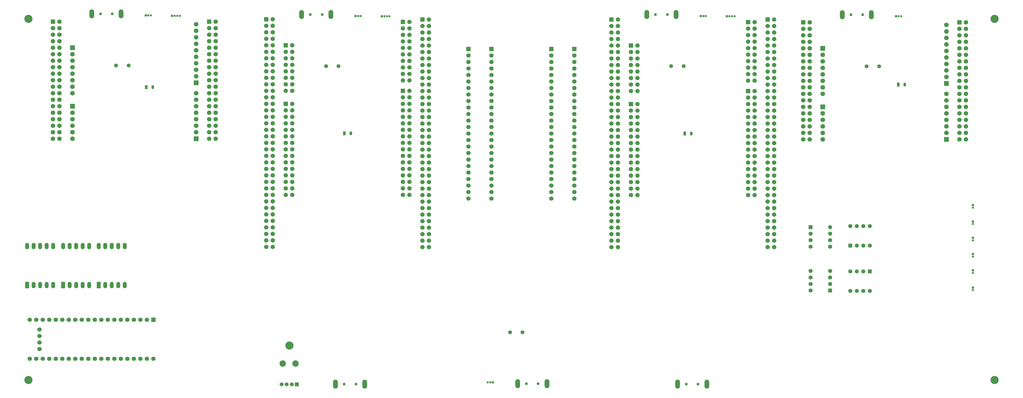
<source format=gbr>
%TF.GenerationSoftware,KiCad,Pcbnew,9.0.2+dfsg-1*%
%TF.CreationDate,2025-07-08T19:26:09-07:00*%
%TF.ProjectId,signalmesh,7369676e-616c-46d6-9573-682e6b696361,rev?*%
%TF.SameCoordinates,Original*%
%TF.FileFunction,Soldermask,Bot*%
%TF.FilePolarity,Negative*%
%FSLAX46Y46*%
G04 Gerber Fmt 4.6, Leading zero omitted, Abs format (unit mm)*
G04 Created by KiCad (PCBNEW 9.0.2+dfsg-1) date 2025-07-08 19:26:09*
%MOMM*%
%LPD*%
G01*
G04 APERTURE LIST*
G04 Aperture macros list*
%AMRoundRect*
0 Rectangle with rounded corners*
0 $1 Rounding radius*
0 $2 $3 $4 $5 $6 $7 $8 $9 X,Y pos of 4 corners*
0 Add a 4 corners polygon primitive as box body*
4,1,4,$2,$3,$4,$5,$6,$7,$8,$9,$2,$3,0*
0 Add four circle primitives for the rounded corners*
1,1,$1+$1,$2,$3*
1,1,$1+$1,$4,$5*
1,1,$1+$1,$6,$7*
1,1,$1+$1,$8,$9*
0 Add four rect primitives between the rounded corners*
20,1,$1+$1,$2,$3,$4,$5,0*
20,1,$1+$1,$4,$5,$6,$7,0*
20,1,$1+$1,$6,$7,$8,$9,0*
20,1,$1+$1,$8,$9,$2,$3,0*%
G04 Aperture macros list end*
%ADD10C,3.200000*%
%ADD11R,0.850000X0.850000*%
%ADD12C,0.850000*%
%ADD13R,1.524000X2.524000*%
%ADD14O,1.524000X2.524000*%
%ADD15C,1.500000*%
%ADD16C,1.100000*%
%ADD17O,1.900000X3.500000*%
%ADD18RoundRect,0.250000X0.550000X0.550000X-0.550000X0.550000X-0.550000X-0.550000X0.550000X-0.550000X0*%
%ADD19C,1.600000*%
%ADD20RoundRect,0.102000X-0.754000X-0.754000X0.754000X-0.754000X0.754000X0.754000X-0.754000X0.754000X0*%
%ADD21C,1.712000*%
%ADD22C,2.500000*%
%ADD23R,1.524000X1.524000*%
%ADD24C,1.524000*%
%ADD25R,1.700000X1.700000*%
%ADD26C,1.700000*%
%ADD27R,1.050000X1.500000*%
%ADD28O,1.050000X1.500000*%
%ADD29RoundRect,0.250000X-0.550000X-0.550000X0.550000X-0.550000X0.550000X0.550000X-0.550000X0.550000X0*%
%ADD30RoundRect,0.102000X-0.802500X-0.802500X0.802500X-0.802500X0.802500X0.802500X-0.802500X0.802500X0*%
%ADD31C,1.809000*%
%ADD32RoundRect,0.102000X-0.765000X-0.765000X0.765000X-0.765000X0.765000X0.765000X-0.765000X0.765000X0*%
%ADD33C,1.734000*%
%ADD34RoundRect,0.250000X-0.550000X0.550000X-0.550000X-0.550000X0.550000X-0.550000X0.550000X0.550000X0*%
%ADD35RoundRect,0.250000X0.550000X-0.550000X0.550000X0.550000X-0.550000X0.550000X-0.550000X-0.550000X0*%
G04 APERTURE END LIST*
D10*
%TO.C,H5*%
X566000000Y-36000000D03*
%TD*%
%TO.C,H3*%
X290800000Y-163600000D03*
%TD*%
D11*
%TO.C,J15*%
X557555000Y-140920000D03*
D12*
X557555000Y-141920000D03*
%TD*%
D13*
%TO.C,U18*%
X216420000Y-139963000D03*
D14*
X218960000Y-139963000D03*
X221500000Y-139963000D03*
X224040000Y-139963000D03*
X226580000Y-139963000D03*
X226580000Y-124723000D03*
X224040000Y-124723000D03*
X221500000Y-124723000D03*
X218960000Y-124723000D03*
X216420000Y-124723000D03*
%TD*%
D15*
%TO.C,Y9*%
X223210000Y-54144900D03*
X228090000Y-54144900D03*
%TD*%
D16*
%TO.C,J25*%
X387900000Y-178500000D03*
X383300000Y-178500000D03*
D17*
X391300000Y-178500000D03*
X379900000Y-178500000D03*
%TD*%
D18*
%TO.C,U27*%
X501860000Y-142040000D03*
D19*
X501860000Y-139500000D03*
X501860000Y-136960000D03*
X501860000Y-134420000D03*
X494240000Y-134420000D03*
X494240000Y-136960000D03*
X494240000Y-139500000D03*
X494240000Y-142040000D03*
%TD*%
D10*
%TO.C,H2*%
X189000000Y-36000000D03*
%TD*%
D16*
%TO.C,J33*%
X217100000Y-34044900D03*
X221700000Y-34044900D03*
D17*
X213700000Y-34044900D03*
X225100000Y-34044900D03*
%TD*%
D20*
%TO.C,U1*%
X335080000Y-37186000D03*
D21*
X337620000Y-37186000D03*
X335080000Y-39726000D03*
X337620000Y-39726000D03*
X335080000Y-42266000D03*
X337620000Y-42266000D03*
X335080000Y-44806000D03*
X337620000Y-44806000D03*
X335080000Y-47346000D03*
X337620000Y-47346000D03*
X335080000Y-49886000D03*
X337620000Y-49886000D03*
X335080000Y-52426000D03*
X337620000Y-52426000D03*
X335080000Y-54966000D03*
X337620000Y-54966000D03*
X335080000Y-57506000D03*
X337620000Y-57506000D03*
X335080000Y-60046000D03*
X337620000Y-60046000D03*
D20*
X289360000Y-46330000D03*
D21*
X291900000Y-46330000D03*
X289360000Y-48870000D03*
X291900000Y-48870000D03*
X289360000Y-51410000D03*
X291900000Y-51410000D03*
X289360000Y-53950000D03*
X291900000Y-53950000D03*
X289360000Y-56490000D03*
X291900000Y-56490000D03*
X289360000Y-59030000D03*
X291900000Y-59030000D03*
X289360000Y-61570000D03*
X291900000Y-61570000D03*
X289360000Y-64110000D03*
X291900000Y-64110000D03*
D20*
X289360000Y-69190000D03*
D21*
X291900000Y-69190000D03*
X289360000Y-71730000D03*
X291900000Y-71730000D03*
X289360000Y-74270000D03*
X291900000Y-74270000D03*
X289360000Y-76810000D03*
X291900000Y-76810000D03*
X289360000Y-79350000D03*
X291900000Y-79350000D03*
X289360000Y-81890000D03*
X291900000Y-81890000D03*
X289360000Y-84430000D03*
X291900000Y-84430000D03*
X289360000Y-86970000D03*
X291900000Y-86970000D03*
X289360000Y-89510000D03*
X291900000Y-89510000D03*
X289360000Y-92050000D03*
X291900000Y-92050000D03*
X289360000Y-94590000D03*
X291900000Y-94590000D03*
X289360000Y-97130000D03*
X291900000Y-97130000D03*
X289360000Y-99670000D03*
X291900000Y-99670000D03*
X289360000Y-102210000D03*
X291900000Y-102210000D03*
X289360000Y-104750000D03*
X291900000Y-104750000D03*
D20*
X335080000Y-64110000D03*
D21*
X337620000Y-64110000D03*
X335080000Y-66650000D03*
X337620000Y-66650000D03*
X335080000Y-69190000D03*
X337620000Y-69190000D03*
X335080000Y-71730000D03*
X337620000Y-71730000D03*
X335080000Y-74270000D03*
X337620000Y-74270000D03*
X335080000Y-76810000D03*
X337620000Y-76810000D03*
X335080000Y-79350000D03*
X337620000Y-79350000D03*
X335080000Y-81890000D03*
X337620000Y-81890000D03*
X335080000Y-84430000D03*
X337620000Y-84430000D03*
X335080000Y-86970000D03*
X337620000Y-86970000D03*
X335080000Y-89510000D03*
X337620000Y-89510000D03*
X335080000Y-92050000D03*
X337620000Y-92050000D03*
X335080000Y-94590000D03*
X337620000Y-94590000D03*
X335080000Y-97130000D03*
X337620000Y-97130000D03*
X335080000Y-99670000D03*
X337620000Y-99670000D03*
X335080000Y-102210000D03*
X337620000Y-102210000D03*
X335080000Y-104750000D03*
X337620000Y-104750000D03*
D20*
X281740000Y-36170000D03*
D21*
X284280000Y-36170000D03*
X281740000Y-38710000D03*
X284280000Y-38710000D03*
X281740000Y-41250000D03*
X284280000Y-41250000D03*
X281740000Y-43790000D03*
X284280000Y-43790000D03*
X281740000Y-46330000D03*
X284280000Y-46330000D03*
X281740000Y-48870000D03*
X284280000Y-48870000D03*
X281740000Y-51410000D03*
X284280000Y-51410000D03*
X281740000Y-53950000D03*
X284280000Y-53950000D03*
X281740000Y-56490000D03*
X284280000Y-56490000D03*
X281740000Y-59030000D03*
X284280000Y-59030000D03*
X281740000Y-61570000D03*
X284280000Y-61570000D03*
X281740000Y-64110000D03*
X284280000Y-64110000D03*
X281740000Y-66650000D03*
X284280000Y-66650000D03*
X281740000Y-69190000D03*
X284280000Y-69190000D03*
X281740000Y-71730000D03*
X284280000Y-71730000D03*
X281740000Y-74270000D03*
X284280000Y-74270000D03*
X281740000Y-76810000D03*
X284280000Y-76810000D03*
X281740000Y-79350000D03*
X284280000Y-79350000D03*
X281740000Y-81890000D03*
X284280000Y-81890000D03*
X281740000Y-84430000D03*
X284280000Y-84430000D03*
X281740000Y-86970000D03*
X284280000Y-86970000D03*
X281740000Y-89510000D03*
X284280000Y-89510000D03*
X281740000Y-92050000D03*
X284280000Y-92050000D03*
X281740000Y-94590000D03*
X284280000Y-94590000D03*
X281740000Y-97130000D03*
X284280000Y-97130000D03*
X281740000Y-99670000D03*
X284280000Y-99670000D03*
X281740000Y-102210000D03*
X284280000Y-102210000D03*
X281740000Y-104750000D03*
X284280000Y-104750000D03*
X281740000Y-107290000D03*
X284280000Y-107290000D03*
X281740000Y-109830000D03*
X284280000Y-109830000D03*
X281740000Y-112370000D03*
X284280000Y-112370000D03*
X281740000Y-114910000D03*
X284280000Y-114910000D03*
X281740000Y-117450000D03*
X284280000Y-117450000D03*
X281740000Y-119990000D03*
X284280000Y-119990000D03*
X281740000Y-122530000D03*
X284280000Y-122530000D03*
X281740000Y-125070000D03*
X284280000Y-125070000D03*
D20*
X342700000Y-36190000D03*
D21*
X345240000Y-36190000D03*
X342700000Y-38730000D03*
X345240000Y-38730000D03*
X342700000Y-41270000D03*
X345240000Y-41270000D03*
X342700000Y-43810000D03*
X345240000Y-43810000D03*
X342700000Y-46350000D03*
X345240000Y-46350000D03*
X342700000Y-48890000D03*
X345240000Y-48890000D03*
X342700000Y-51430000D03*
X345240000Y-51430000D03*
X342700000Y-53970000D03*
X345240000Y-53970000D03*
X342700000Y-56510000D03*
X345240000Y-56510000D03*
X342700000Y-59050000D03*
X345240000Y-59050000D03*
X342700000Y-61590000D03*
X345240000Y-61590000D03*
X342700000Y-64130000D03*
X345240000Y-64130000D03*
X342700000Y-66670000D03*
X345240000Y-66670000D03*
X342700000Y-69210000D03*
X345240000Y-69210000D03*
X342700000Y-71750000D03*
X345240000Y-71750000D03*
X342700000Y-74290000D03*
X345240000Y-74290000D03*
X342700000Y-76830000D03*
X345240000Y-76830000D03*
X342700000Y-79370000D03*
X345240000Y-79370000D03*
X342700000Y-81910000D03*
X345240000Y-81910000D03*
X342700000Y-84450000D03*
X345240000Y-84450000D03*
X342700000Y-86990000D03*
X345240000Y-86990000D03*
X342700000Y-89530000D03*
X345240000Y-89530000D03*
X342700000Y-92070000D03*
X345240000Y-92070000D03*
X342700000Y-94610000D03*
X345240000Y-94610000D03*
X342700000Y-97150000D03*
X345240000Y-97150000D03*
X342700000Y-99690000D03*
X345240000Y-99690000D03*
X342700000Y-102230000D03*
X345240000Y-102230000D03*
X342700000Y-104770000D03*
X345240000Y-104770000D03*
X342700000Y-107310000D03*
X345240000Y-107310000D03*
X342700000Y-109850000D03*
X345240000Y-109850000D03*
X342700000Y-112390000D03*
X345240000Y-112390000D03*
X342700000Y-114930000D03*
X345240000Y-114930000D03*
X342700000Y-117470000D03*
X345240000Y-117470000D03*
X342700000Y-120010000D03*
X345240000Y-120010000D03*
X342700000Y-122550000D03*
X345240000Y-122550000D03*
X342700000Y-125090000D03*
X345240000Y-125090000D03*
%TD*%
D22*
%TO.C,TP1*%
X293200000Y-170600000D03*
%TD*%
D23*
%TO.C,J12*%
X293750000Y-178700000D03*
D24*
X291750000Y-178700000D03*
X289750000Y-178700000D03*
X287750000Y-178700000D03*
%TD*%
D25*
%TO.C,J9*%
X402000000Y-47720000D03*
D26*
X402000000Y-50260000D03*
X402000000Y-52800000D03*
X402000000Y-55340000D03*
X402000000Y-57880000D03*
X402000000Y-60420000D03*
X402000000Y-62960000D03*
X402000000Y-65500000D03*
X402000000Y-68040000D03*
X402000000Y-70580000D03*
X402000000Y-73120000D03*
X402000000Y-75660000D03*
X402000000Y-78200000D03*
X402000000Y-80740000D03*
X402000000Y-83280000D03*
X402000000Y-85820000D03*
X402000000Y-88360000D03*
X402000000Y-90900000D03*
X402000000Y-93440000D03*
X402000000Y-95980000D03*
X402000000Y-98520000D03*
X402000000Y-101060000D03*
X402000000Y-103600000D03*
X402000000Y-106140000D03*
%TD*%
D22*
%TO.C,TP2*%
X288200000Y-170600000D03*
%TD*%
D16*
%TO.C,J31*%
X433700000Y-34300000D03*
X438300000Y-34300000D03*
D17*
X430300000Y-34300000D03*
X441700000Y-34300000D03*
%TD*%
D11*
%TO.C,J30*%
X316650000Y-34880100D03*
D12*
X317650000Y-34880100D03*
X318650000Y-34880100D03*
%TD*%
D25*
%TO.C,J1*%
X369690000Y-47760000D03*
D26*
X369690000Y-50300000D03*
X369690000Y-52840000D03*
X369690000Y-55380000D03*
X369690000Y-57920000D03*
X369690000Y-60460000D03*
X369690000Y-63000000D03*
X369690000Y-65540000D03*
X369690000Y-68080000D03*
X369690000Y-70620000D03*
X369690000Y-73160000D03*
X369690000Y-75700000D03*
X369690000Y-78240000D03*
X369690000Y-80780000D03*
X369690000Y-83320000D03*
X369690000Y-85860000D03*
X369690000Y-88400000D03*
X369690000Y-90940000D03*
X369690000Y-93480000D03*
X369690000Y-96020000D03*
X369690000Y-98560000D03*
X369690000Y-101100000D03*
X369690000Y-103640000D03*
X369690000Y-106180000D03*
%TD*%
D15*
%TO.C,Y2*%
X381790000Y-158400000D03*
X376910000Y-158400000D03*
%TD*%
D16*
%TO.C,J21*%
X316800000Y-178600000D03*
X312200000Y-178600000D03*
D17*
X320200000Y-178600000D03*
X308800000Y-178600000D03*
%TD*%
D27*
%TO.C,TH1*%
X445142000Y-80782000D03*
D28*
X447682000Y-80782000D03*
%TD*%
D25*
%TO.C,J8*%
X360690000Y-47760000D03*
D26*
X360690000Y-50300000D03*
X360690000Y-52840000D03*
X360690000Y-55380000D03*
X360690000Y-57920000D03*
X360690000Y-60460000D03*
X360690000Y-63000000D03*
X360690000Y-65540000D03*
X360690000Y-68080000D03*
X360690000Y-70620000D03*
X360690000Y-73160000D03*
X360690000Y-75700000D03*
X360690000Y-78240000D03*
X360690000Y-80780000D03*
X360690000Y-83320000D03*
X360690000Y-85860000D03*
X360690000Y-88400000D03*
X360690000Y-90940000D03*
X360690000Y-93480000D03*
X360690000Y-96020000D03*
X360690000Y-98560000D03*
X360690000Y-101100000D03*
X360690000Y-103640000D03*
X360690000Y-106180000D03*
%TD*%
D11*
%TO.C,J18*%
X245050000Y-34759900D03*
D12*
X246050000Y-34759900D03*
X247050000Y-34759900D03*
X248050000Y-34759900D03*
%TD*%
D27*
%TO.C,TH2*%
X312290000Y-80712000D03*
D28*
X314830000Y-80712000D03*
%TD*%
D11*
%TO.C,J28*%
X527600000Y-34980100D03*
D12*
X528600000Y-34980100D03*
X529600000Y-34980100D03*
%TD*%
D29*
%TO.C,U29*%
X494250000Y-117340000D03*
D19*
X494250000Y-119880000D03*
X494250000Y-122420000D03*
X494250000Y-124960000D03*
X501870000Y-124960000D03*
X501870000Y-122420000D03*
X501870000Y-119880000D03*
X501870000Y-117340000D03*
%TD*%
D11*
%TO.C,J4*%
X326900000Y-34975000D03*
D12*
X327900000Y-34975000D03*
X328900000Y-34975000D03*
X329900000Y-34975000D03*
%TD*%
D25*
%TO.C,J2*%
X393000000Y-47760000D03*
D26*
X393000000Y-50300000D03*
X393000000Y-52840000D03*
X393000000Y-55380000D03*
X393000000Y-57920000D03*
X393000000Y-60460000D03*
X393000000Y-63000000D03*
X393000000Y-65540000D03*
X393000000Y-68080000D03*
X393000000Y-70620000D03*
X393000000Y-73160000D03*
X393000000Y-75700000D03*
X393000000Y-78240000D03*
X393000000Y-80780000D03*
X393000000Y-83320000D03*
X393000000Y-85860000D03*
X393000000Y-88400000D03*
X393000000Y-90940000D03*
X393000000Y-93480000D03*
X393000000Y-96020000D03*
X393000000Y-98560000D03*
X393000000Y-101100000D03*
X393000000Y-103640000D03*
X393000000Y-106180000D03*
%TD*%
D11*
%TO.C,J32*%
X451350000Y-34880100D03*
D12*
X452350000Y-34880100D03*
X453350000Y-34880100D03*
%TD*%
D11*
%TO.C,J3*%
X461550000Y-34975000D03*
D12*
X462550000Y-34975000D03*
X463550000Y-34975000D03*
X464550000Y-34975000D03*
%TD*%
D30*
%TO.C,U9*%
X547240000Y-61190000D03*
D31*
X547240000Y-58650000D03*
X547240000Y-56110000D03*
X547240000Y-53570000D03*
X547240000Y-51030000D03*
X547240000Y-48490000D03*
X547240000Y-45950000D03*
X547240000Y-43410000D03*
X547240000Y-40870000D03*
X547240000Y-38330000D03*
D30*
X498980000Y-47470000D03*
D31*
X498980000Y-50010000D03*
X498980000Y-52550000D03*
X498980000Y-55090000D03*
X498980000Y-57630000D03*
X498980000Y-60170000D03*
X498980000Y-62710000D03*
X498980000Y-65250000D03*
D32*
X491360000Y-37310000D03*
D33*
X493900000Y-37310000D03*
X491360000Y-39850000D03*
X493900000Y-39850000D03*
X491360000Y-42390000D03*
X493900000Y-42390000D03*
X491360000Y-44930000D03*
X493900000Y-44930000D03*
X491360000Y-47470000D03*
X493900000Y-47470000D03*
X491360000Y-50010000D03*
X493900000Y-50010000D03*
X491360000Y-52550000D03*
X493900000Y-52550000D03*
X491360000Y-55090000D03*
X493900000Y-55090000D03*
X491360000Y-57630000D03*
X493900000Y-57630000D03*
X491360000Y-60170000D03*
X493900000Y-60170000D03*
X491360000Y-62710000D03*
X493900000Y-62710000D03*
X491360000Y-65250000D03*
X493900000Y-65250000D03*
X491360000Y-67790000D03*
X493900000Y-67790000D03*
X491360000Y-70330000D03*
X493900000Y-70330000D03*
X491360000Y-72870000D03*
X493900000Y-72870000D03*
X491360000Y-75410000D03*
X493900000Y-75410000D03*
X491360000Y-77950000D03*
X493900000Y-77950000D03*
X491360000Y-80490000D03*
X493900000Y-80490000D03*
X491360000Y-83030000D03*
X493900000Y-83030000D03*
D30*
X498980000Y-70330000D03*
D31*
X498980000Y-72870000D03*
X498980000Y-75410000D03*
X498980000Y-77950000D03*
X498980000Y-80490000D03*
X498980000Y-83030000D03*
D30*
X547240000Y-83030000D03*
D31*
X547240000Y-80490000D03*
X547240000Y-77950000D03*
X547240000Y-75410000D03*
X547240000Y-72870000D03*
X547240000Y-70330000D03*
X547240000Y-67790000D03*
X547240000Y-65250000D03*
D32*
X552320000Y-37310000D03*
D33*
X554860000Y-37310000D03*
X552320000Y-39850000D03*
X554860000Y-39850000D03*
X552320000Y-42390000D03*
X554860000Y-42390000D03*
X552320000Y-44930000D03*
X554860000Y-44930000D03*
X552320000Y-47470000D03*
X554860000Y-47470000D03*
X552320000Y-50010000D03*
X554860000Y-50010000D03*
X552320000Y-52550000D03*
X554860000Y-52550000D03*
X552320000Y-55090000D03*
X554860000Y-55090000D03*
X552320000Y-57630000D03*
X554860000Y-57630000D03*
X552320000Y-60170000D03*
X554860000Y-60170000D03*
X552320000Y-62710000D03*
X554860000Y-62710000D03*
X552320000Y-65250000D03*
X554860000Y-65250000D03*
X552320000Y-67790000D03*
X554860000Y-67790000D03*
X552320000Y-70330000D03*
X554860000Y-70330000D03*
X552320000Y-72870000D03*
X554860000Y-72870000D03*
X552320000Y-75410000D03*
X554860000Y-75410000D03*
X552320000Y-77950000D03*
X554860000Y-77950000D03*
X552320000Y-80490000D03*
X554860000Y-80490000D03*
X552320000Y-83030000D03*
X554860000Y-83030000D03*
%TD*%
D15*
%TO.C,Y7*%
X305110000Y-54400000D03*
X309990000Y-54400000D03*
%TD*%
D11*
%TO.C,J11*%
X557555000Y-134225000D03*
D12*
X557555000Y-135225000D03*
%TD*%
D11*
%TO.C,J6*%
X557555000Y-115100000D03*
D12*
X557555000Y-116100000D03*
%TD*%
D15*
%TO.C,Y8*%
X439810000Y-54400000D03*
X444690000Y-54400000D03*
%TD*%
D10*
%TO.C,H6*%
X566000000Y-177000000D03*
%TD*%
D27*
%TO.C,TH4*%
X528400000Y-61600000D03*
D28*
X530940000Y-61600000D03*
%TD*%
D11*
%TO.C,J10*%
X557555000Y-127850000D03*
D12*
X557555000Y-128850000D03*
%TD*%
D16*
%TO.C,J22*%
X450300000Y-178600000D03*
X445700000Y-178600000D03*
D17*
X453700000Y-178600000D03*
X442300000Y-178600000D03*
%TD*%
D11*
%TO.C,J34*%
X234750000Y-34625000D03*
D12*
X235750000Y-34625000D03*
X236750000Y-34625000D03*
%TD*%
D25*
%TO.C,U4*%
X237780000Y-153500000D03*
D26*
X235240000Y-153500000D03*
X232700000Y-153500000D03*
X230160000Y-153500000D03*
X227620000Y-153500000D03*
X225080000Y-153500000D03*
X222540000Y-153500000D03*
X220000000Y-153500000D03*
X217460000Y-153500000D03*
X214920000Y-153500000D03*
X212380000Y-153500000D03*
X209840000Y-153500000D03*
X207300000Y-153500000D03*
X204760000Y-153500000D03*
X202220000Y-153500000D03*
X199680000Y-153500000D03*
X197140000Y-153500000D03*
X194600000Y-153500000D03*
X192060000Y-153500000D03*
X189520000Y-153500000D03*
X189520000Y-168740000D03*
X192060000Y-168740000D03*
X194600000Y-168740000D03*
X197140000Y-168740000D03*
X199680000Y-168740000D03*
X202220000Y-168740000D03*
X204760000Y-168740000D03*
X207300000Y-168740000D03*
X209840000Y-168740000D03*
X212380000Y-168740000D03*
X214920000Y-168740000D03*
X217460000Y-168740000D03*
X220000000Y-168740000D03*
X222540000Y-168740000D03*
X225080000Y-168740000D03*
X227620000Y-168740000D03*
X230160000Y-168740000D03*
X232700000Y-168740000D03*
X235240000Y-168740000D03*
X237780000Y-168740000D03*
X193331000Y-164932000D03*
X193331000Y-162392000D03*
X193331000Y-159852000D03*
X193331000Y-157312000D03*
%TD*%
D16*
%TO.C,J29*%
X299000000Y-34300000D03*
X303600000Y-34300000D03*
D17*
X295600000Y-34300000D03*
X307000000Y-34300000D03*
%TD*%
D27*
%TO.C,TH3*%
X235000000Y-62600000D03*
D28*
X237540000Y-62600000D03*
%TD*%
D30*
%TO.C,U3*%
X254460000Y-60970000D03*
D31*
X254460000Y-58430000D03*
X254460000Y-55890000D03*
X254460000Y-53350000D03*
X254460000Y-50810000D03*
X254460000Y-48270000D03*
X254460000Y-45730000D03*
X254460000Y-43190000D03*
X254460000Y-40650000D03*
X254460000Y-38110000D03*
D30*
X206200000Y-47250000D03*
D31*
X206200000Y-49790000D03*
X206200000Y-52330000D03*
X206200000Y-54870000D03*
X206200000Y-57410000D03*
X206200000Y-59950000D03*
X206200000Y-62490000D03*
X206200000Y-65030000D03*
D32*
X198580000Y-37090000D03*
D33*
X201120000Y-37090000D03*
X198580000Y-39630000D03*
X201120000Y-39630000D03*
X198580000Y-42170000D03*
X201120000Y-42170000D03*
X198580000Y-44710000D03*
X201120000Y-44710000D03*
X198580000Y-47250000D03*
X201120000Y-47250000D03*
X198580000Y-49790000D03*
X201120000Y-49790000D03*
X198580000Y-52330000D03*
X201120000Y-52330000D03*
X198580000Y-54870000D03*
X201120000Y-54870000D03*
X198580000Y-57410000D03*
X201120000Y-57410000D03*
X198580000Y-59950000D03*
X201120000Y-59950000D03*
X198580000Y-62490000D03*
X201120000Y-62490000D03*
X198580000Y-65030000D03*
X201120000Y-65030000D03*
X198580000Y-67570000D03*
X201120000Y-67570000D03*
X198580000Y-70110000D03*
X201120000Y-70110000D03*
X198580000Y-72650000D03*
X201120000Y-72650000D03*
X198580000Y-75190000D03*
X201120000Y-75190000D03*
X198580000Y-77730000D03*
X201120000Y-77730000D03*
X198580000Y-80270000D03*
X201120000Y-80270000D03*
X198580000Y-82810000D03*
X201120000Y-82810000D03*
D30*
X206200000Y-70110000D03*
D31*
X206200000Y-72650000D03*
X206200000Y-75190000D03*
X206200000Y-77730000D03*
X206200000Y-80270000D03*
X206200000Y-82810000D03*
D30*
X254460000Y-82810000D03*
D31*
X254460000Y-80270000D03*
X254460000Y-77730000D03*
X254460000Y-75190000D03*
X254460000Y-72650000D03*
X254460000Y-70110000D03*
X254460000Y-67570000D03*
X254460000Y-65030000D03*
D32*
X259540000Y-37090000D03*
D33*
X262080000Y-37090000D03*
X259540000Y-39630000D03*
X262080000Y-39630000D03*
X259540000Y-42170000D03*
X262080000Y-42170000D03*
X259540000Y-44710000D03*
X262080000Y-44710000D03*
X259540000Y-47250000D03*
X262080000Y-47250000D03*
X259540000Y-49790000D03*
X262080000Y-49790000D03*
X259540000Y-52330000D03*
X262080000Y-52330000D03*
X259540000Y-54870000D03*
X262080000Y-54870000D03*
X259540000Y-57410000D03*
X262080000Y-57410000D03*
X259540000Y-59950000D03*
X262080000Y-59950000D03*
X259540000Y-62490000D03*
X262080000Y-62490000D03*
X259540000Y-65030000D03*
X262080000Y-65030000D03*
X259540000Y-67570000D03*
X262080000Y-67570000D03*
X259540000Y-70110000D03*
X262080000Y-70110000D03*
X259540000Y-72650000D03*
X262080000Y-72650000D03*
X259540000Y-75190000D03*
X262080000Y-75190000D03*
X259540000Y-77730000D03*
X262080000Y-77730000D03*
X259540000Y-80270000D03*
X262080000Y-80270000D03*
X259540000Y-82810000D03*
X262080000Y-82810000D03*
%TD*%
D34*
%TO.C,U31*%
X517360000Y-134620000D03*
D19*
X514820000Y-134620000D03*
X512280000Y-134620000D03*
X509740000Y-134620000D03*
X509740000Y-142240000D03*
X512280000Y-142240000D03*
X514820000Y-142240000D03*
X517360000Y-142240000D03*
%TD*%
D20*
%TO.C,U17*%
X469800000Y-37256000D03*
D21*
X472340000Y-37256000D03*
X469800000Y-39796000D03*
X472340000Y-39796000D03*
X469800000Y-42336000D03*
X472340000Y-42336000D03*
X469800000Y-44876000D03*
X472340000Y-44876000D03*
X469800000Y-47416000D03*
X472340000Y-47416000D03*
X469800000Y-49956000D03*
X472340000Y-49956000D03*
X469800000Y-52496000D03*
X472340000Y-52496000D03*
X469800000Y-55036000D03*
X472340000Y-55036000D03*
X469800000Y-57576000D03*
X472340000Y-57576000D03*
X469800000Y-60116000D03*
X472340000Y-60116000D03*
D20*
X424080000Y-46400000D03*
D21*
X426620000Y-46400000D03*
X424080000Y-48940000D03*
X426620000Y-48940000D03*
X424080000Y-51480000D03*
X426620000Y-51480000D03*
X424080000Y-54020000D03*
X426620000Y-54020000D03*
X424080000Y-56560000D03*
X426620000Y-56560000D03*
X424080000Y-59100000D03*
X426620000Y-59100000D03*
X424080000Y-61640000D03*
X426620000Y-61640000D03*
X424080000Y-64180000D03*
X426620000Y-64180000D03*
D20*
X424080000Y-69260000D03*
D21*
X426620000Y-69260000D03*
X424080000Y-71800000D03*
X426620000Y-71800000D03*
X424080000Y-74340000D03*
X426620000Y-74340000D03*
X424080000Y-76880000D03*
X426620000Y-76880000D03*
X424080000Y-79420000D03*
X426620000Y-79420000D03*
X424080000Y-81960000D03*
X426620000Y-81960000D03*
X424080000Y-84500000D03*
X426620000Y-84500000D03*
X424080000Y-87040000D03*
X426620000Y-87040000D03*
X424080000Y-89580000D03*
X426620000Y-89580000D03*
X424080000Y-92120000D03*
X426620000Y-92120000D03*
X424080000Y-94660000D03*
X426620000Y-94660000D03*
X424080000Y-97200000D03*
X426620000Y-97200000D03*
X424080000Y-99740000D03*
X426620000Y-99740000D03*
X424080000Y-102280000D03*
X426620000Y-102280000D03*
X424080000Y-104820000D03*
X426620000Y-104820000D03*
D20*
X469800000Y-64180000D03*
D21*
X472340000Y-64180000D03*
X469800000Y-66720000D03*
X472340000Y-66720000D03*
X469800000Y-69260000D03*
X472340000Y-69260000D03*
X469800000Y-71800000D03*
X472340000Y-71800000D03*
X469800000Y-74340000D03*
X472340000Y-74340000D03*
X469800000Y-76880000D03*
X472340000Y-76880000D03*
X469800000Y-79420000D03*
X472340000Y-79420000D03*
X469800000Y-81960000D03*
X472340000Y-81960000D03*
X469800000Y-84500000D03*
X472340000Y-84500000D03*
X469800000Y-87040000D03*
X472340000Y-87040000D03*
X469800000Y-89580000D03*
X472340000Y-89580000D03*
X469800000Y-92120000D03*
X472340000Y-92120000D03*
X469800000Y-94660000D03*
X472340000Y-94660000D03*
X469800000Y-97200000D03*
X472340000Y-97200000D03*
X469800000Y-99740000D03*
X472340000Y-99740000D03*
X469800000Y-102280000D03*
X472340000Y-102280000D03*
X469800000Y-104820000D03*
X472340000Y-104820000D03*
D20*
X416460000Y-36240000D03*
D21*
X419000000Y-36240000D03*
X416460000Y-38780000D03*
X419000000Y-38780000D03*
X416460000Y-41320000D03*
X419000000Y-41320000D03*
X416460000Y-43860000D03*
X419000000Y-43860000D03*
X416460000Y-46400000D03*
X419000000Y-46400000D03*
X416460000Y-48940000D03*
X419000000Y-48940000D03*
X416460000Y-51480000D03*
X419000000Y-51480000D03*
X416460000Y-54020000D03*
X419000000Y-54020000D03*
X416460000Y-56560000D03*
X419000000Y-56560000D03*
X416460000Y-59100000D03*
X419000000Y-59100000D03*
X416460000Y-61640000D03*
X419000000Y-61640000D03*
X416460000Y-64180000D03*
X419000000Y-64180000D03*
X416460000Y-66720000D03*
X419000000Y-66720000D03*
X416460000Y-69260000D03*
X419000000Y-69260000D03*
X416460000Y-71800000D03*
X419000000Y-71800000D03*
X416460000Y-74340000D03*
X419000000Y-74340000D03*
X416460000Y-76880000D03*
X419000000Y-76880000D03*
X416460000Y-79420000D03*
X419000000Y-79420000D03*
X416460000Y-81960000D03*
X419000000Y-81960000D03*
X416460000Y-84500000D03*
X419000000Y-84500000D03*
X416460000Y-87040000D03*
X419000000Y-87040000D03*
X416460000Y-89580000D03*
X419000000Y-89580000D03*
X416460000Y-92120000D03*
X419000000Y-92120000D03*
X416460000Y-94660000D03*
X419000000Y-94660000D03*
X416460000Y-97200000D03*
X419000000Y-97200000D03*
X416460000Y-99740000D03*
X419000000Y-99740000D03*
X416460000Y-102280000D03*
X419000000Y-102280000D03*
X416460000Y-104820000D03*
X419000000Y-104820000D03*
X416460000Y-107360000D03*
X419000000Y-107360000D03*
X416460000Y-109900000D03*
X419000000Y-109900000D03*
X416460000Y-112440000D03*
X419000000Y-112440000D03*
X416460000Y-114980000D03*
X419000000Y-114980000D03*
X416460000Y-117520000D03*
X419000000Y-117520000D03*
X416460000Y-120060000D03*
X419000000Y-120060000D03*
X416460000Y-122600000D03*
X419000000Y-122600000D03*
X416460000Y-125140000D03*
X419000000Y-125140000D03*
D20*
X477420000Y-36260000D03*
D21*
X479960000Y-36260000D03*
X477420000Y-38800000D03*
X479960000Y-38800000D03*
X477420000Y-41340000D03*
X479960000Y-41340000D03*
X477420000Y-43880000D03*
X479960000Y-43880000D03*
X477420000Y-46420000D03*
X479960000Y-46420000D03*
X477420000Y-48960000D03*
X479960000Y-48960000D03*
X477420000Y-51500000D03*
X479960000Y-51500000D03*
X477420000Y-54040000D03*
X479960000Y-54040000D03*
X477420000Y-56580000D03*
X479960000Y-56580000D03*
X477420000Y-59120000D03*
X479960000Y-59120000D03*
X477420000Y-61660000D03*
X479960000Y-61660000D03*
X477420000Y-64200000D03*
X479960000Y-64200000D03*
X477420000Y-66740000D03*
X479960000Y-66740000D03*
X477420000Y-69280000D03*
X479960000Y-69280000D03*
X477420000Y-71820000D03*
X479960000Y-71820000D03*
X477420000Y-74360000D03*
X479960000Y-74360000D03*
X477420000Y-76900000D03*
X479960000Y-76900000D03*
X477420000Y-79440000D03*
X479960000Y-79440000D03*
X477420000Y-81980000D03*
X479960000Y-81980000D03*
X477420000Y-84520000D03*
X479960000Y-84520000D03*
X477420000Y-87060000D03*
X479960000Y-87060000D03*
X477420000Y-89600000D03*
X479960000Y-89600000D03*
X477420000Y-92140000D03*
X479960000Y-92140000D03*
X477420000Y-94680000D03*
X479960000Y-94680000D03*
X477420000Y-97220000D03*
X479960000Y-97220000D03*
X477420000Y-99760000D03*
X479960000Y-99760000D03*
X477420000Y-102300000D03*
X479960000Y-102300000D03*
X477420000Y-104840000D03*
X479960000Y-104840000D03*
X477420000Y-107380000D03*
X479960000Y-107380000D03*
X477420000Y-109920000D03*
X479960000Y-109920000D03*
X477420000Y-112460000D03*
X479960000Y-112460000D03*
X477420000Y-115000000D03*
X479960000Y-115000000D03*
X477420000Y-117540000D03*
X479960000Y-117540000D03*
X477420000Y-120080000D03*
X479960000Y-120080000D03*
X477420000Y-122620000D03*
X479960000Y-122620000D03*
X477420000Y-125160000D03*
X479960000Y-125160000D03*
%TD*%
D15*
%TO.C,Y5*%
X516060000Y-54500000D03*
X520940000Y-54500000D03*
%TD*%
D13*
%TO.C,U36*%
X188500000Y-139963000D03*
D14*
X191040000Y-139963000D03*
X193580000Y-139963000D03*
X196120000Y-139963000D03*
X198660000Y-139963000D03*
X198660000Y-124723000D03*
X196120000Y-124723000D03*
X193580000Y-124723000D03*
X191040000Y-124723000D03*
X188500000Y-124723000D03*
%TD*%
D10*
%TO.C,H1*%
X189000000Y-177000000D03*
%TD*%
D16*
%TO.C,J27*%
X509950000Y-34400000D03*
X514550000Y-34400000D03*
D17*
X506550000Y-34400000D03*
X517950000Y-34400000D03*
%TD*%
D11*
%TO.C,J26*%
X370250000Y-177919900D03*
D12*
X369250000Y-177919900D03*
X368250000Y-177919900D03*
%TD*%
D11*
%TO.C,J5*%
X557555000Y-108725000D03*
D12*
X557555000Y-109725000D03*
%TD*%
D35*
%TO.C,U30*%
X509740000Y-124540000D03*
D19*
X512280000Y-124540000D03*
X514820000Y-124540000D03*
X517360000Y-124540000D03*
X517360000Y-116920000D03*
X514820000Y-116920000D03*
X512280000Y-116920000D03*
X509740000Y-116920000D03*
%TD*%
D11*
%TO.C,J7*%
X557555000Y-121475000D03*
D12*
X557555000Y-122475000D03*
%TD*%
D13*
%TO.C,U2*%
X202500000Y-139963000D03*
D14*
X205040000Y-139963000D03*
X207580000Y-139963000D03*
X210120000Y-139963000D03*
X212660000Y-139963000D03*
X212660000Y-124723000D03*
X210120000Y-124723000D03*
X207580000Y-124723000D03*
X205040000Y-124723000D03*
X202500000Y-124723000D03*
%TD*%
M02*

</source>
